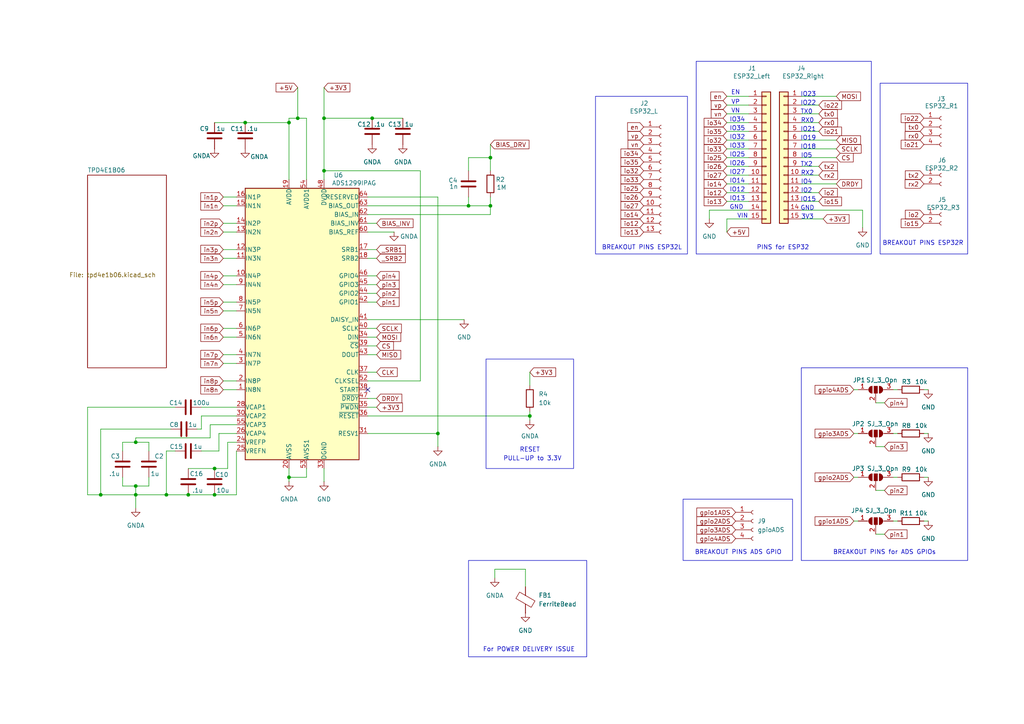
<source format=kicad_sch>
(kicad_sch (version 20231120) (generator "eeschema") (generator_version "8.0")
  (paper "A4")
  (lib_symbols
    (symbol "Connector:Conn_01x02_Socket" (pin_names (offset 1.016) hide)
      (property "Reference" "J" (at 0 2.54 0))
      (property "Value" "Conn_01x02_Socket" (at 0 -5.08 0))
      (symbol "Conn_01x02_Socket_1_1"
        (pin passive line (at -5.08 0 0) (length 3.81) (name "Pin_1") (number "1"))
        (pin passive line (at -5.08 -2.54 0) (length 3.81) (name "Pin_2") (number "2"))
      )
    )
    (symbol "Connector:Conn_01x04_Socket" (pin_names (offset 1.016) hide)
      (property "Reference" "J" (at 0 5.08 0))
      (property "Value" "Conn_01x04_Socket" (at 0 -7.62 0))
      (symbol "Conn_01x04_Socket_1_1"
        (pin passive line (at -5.08 2.54 0) (length 3.81) (name "Pin_1") (number "1"))
        (pin passive line (at -5.08 0 0) (length 3.81) (name "Pin_2") (number "2"))
        (pin passive line (at -5.08 -2.54 0) (length 3.81) (name "Pin_3") (number "3"))
        (pin passive line (at -5.08 -5.08 0) (length 3.81) (name "Pin_4") (number "4"))
      )
    )
    (symbol "Connector:Conn_01x13_Socket" (pin_names (offset 1.016) hide)
      (property "Reference" "J" (at 0 17.78 0))
      (property "Value" "Conn_01x13_Socket" (at 0 -17.78 0))
      (symbol "Conn_01x13_Socket_1_1"
        (pin passive line (at -5.08 15.24 0) (length 3.81) (name "Pin_1") (number "1"))
        (pin passive line (at -5.08 -7.62 0) (length 3.81) (name "Pin_10") (number "10"))
        (pin passive line (at -5.08 -10.16 0) (length 3.81) (name "Pin_11") (number "11"))
        (pin passive line (at -5.08 -12.7 0) (length 3.81) (name "Pin_12") (number "12"))
        (pin passive line (at -5.08 -15.24 0) (length 3.81) (name "Pin_13") (number "13"))
        (pin passive line (at -5.08 12.7 0) (length 3.81) (name "Pin_2") (number "2"))
        (pin passive line (at -5.08 10.16 0) (length 3.81) (name "Pin_3") (number "3"))
        (pin passive line (at -5.08 7.62 0) (length 3.81) (name "Pin_4") (number "4"))
        (pin passive line (at -5.08 5.08 0) (length 3.81) (name "Pin_5") (number "5"))
        (pin passive line (at -5.08 2.54 0) (length 3.81) (name "Pin_6") (number "6"))
        (pin passive line (at -5.08 0 0) (length 3.81) (name "Pin_7") (number "7"))
        (pin passive line (at -5.08 -2.54 0) (length 3.81) (name "Pin_8") (number "8"))
        (pin passive line (at -5.08 -5.08 0) (length 3.81) (name "Pin_9") (number "9"))
      )
    )
    (symbol "Connector_Generic:Conn_01x15" (pin_names (offset 1.016) hide)
      (property "Reference" "J" (at 0 20.32 0))
      (property "Value" "Conn_01x15" (at 0 -20.32 0))
      (symbol "Conn_01x15_1_1"
        (pin passive line (at -5.08 17.78 0) (length 3.81) (name "Pin_1") (number "1"))
        (pin passive line (at -5.08 -5.08 0) (length 3.81) (name "Pin_10") (number "10"))
        (pin passive line (at -5.08 -7.62 0) (length 3.81) (name "Pin_11") (number "11"))
        (pin passive line (at -5.08 -10.16 0) (length 3.81) (name "Pin_12") (number "12"))
        (pin passive line (at -5.08 -12.7 0) (length 3.81) (name "Pin_13") (number "13"))
        (pin passive line (at -5.08 -15.24 0) (length 3.81) (name "Pin_14") (number "14"))
        (pin passive line (at -5.08 -17.78 0) (length 3.81) (name "Pin_15") (number "15"))
        (pin passive line (at -5.08 15.24 0) (length 3.81) (name "Pin_2") (number "2"))
        (pin passive line (at -5.08 12.7 0) (length 3.81) (name "Pin_3") (number "3"))
        (pin passive line (at -5.08 10.16 0) (length 3.81) (name "Pin_4") (number "4"))
        (pin passive line (at -5.08 7.62 0) (length 3.81) (name "Pin_5") (number "5"))
        (pin passive line (at -5.08 5.08 0) (length 3.81) (name "Pin_6") (number "6"))
        (pin passive line (at -5.08 2.54 0) (length 3.81) (name "Pin_7") (number "7"))
        (pin passive line (at -5.08 0 0) (length 3.81) (name "Pin_8") (number "8"))
        (pin passive line (at -5.08 -2.54 0) (length 3.81) (name "Pin_9") (number "9"))
      )
    )
    (symbol "Device:C" (pin_numbers hide) (pin_names (offset 0.254))
      (property "Reference" "C" (at 0.635 2.54 0))
      (property "Value" "C" (at 0.635 -2.54 0))
      (symbol "C_1_1"
        (pin passive line (at 0 3.81 270) (length 2.794) (name "~") (number "1"))
        (pin passive line (at 0 -3.81 90) (length 2.794) (name "~") (number "2"))
      )
    )
    (symbol "Device:FerriteBead" (pin_numbers hide) (pin_names (offset 0))
      (property "Reference" "FB" (at -3.81 0.635 90))
      (property "Value" "FerriteBead" (at 3.81 0 90))
      (symbol "FerriteBead_1_1"
        (pin passive line (at 0 3.81 270) (length 2.54) (name "~") (number "1"))
        (pin passive line (at 0 -3.81 90) (length 2.54) (name "~") (number "2"))
      )
    )
    (symbol "Device:R" (pin_numbers hide) (pin_names (offset 0))
      (property "Reference" "R" (at 2.032 0 90))
      (property "Value" "R" (at 0 0 90))
      (symbol "R_1_1"
        (pin passive line (at 0 3.81 270) (length 1.27) (name "~") (number "1"))
        (pin passive line (at 0 -3.81 90) (length 1.27) (name "~") (number "2"))
      )
    )
    (symbol "Jumper:SolderJumper_3_Open" (pin_names (offset 0) hide) (exclude_from_sim yes) (in_bom no)
      (property "Reference" "JP" (at -2.54 -2.54 0))
      (property "Value" "SolderJumper_3_Open" (at 0 2.794 0))
      (symbol "SolderJumper_3_Open_1_1"
        (pin passive line (at -5.08 0 0) (length 2.54) (name "A") (number "1"))
        (pin passive line (at 0 -3.81 90) (length 2.54) (name "C") (number "2"))
        (pin passive line (at 5.08 0 180) (length 2.54) (name "B") (number "3"))
      )
    )
    (symbol "ads1299:ADS1299_Module" (pin_names (offset 0.0129))
      (property "Reference" "U" (at 0 0 0))
      (property "Footprint" "Package_QFP:TQFP-64_10x10mm_P0.5mm" (at 0.254 -57.658 0))
      (symbol "ADS1299_Module_1_1"
        (pin input line (at -20.32 -20.32 0) (length 2.54) (name "IN8N") (number "1"))
        (pin input line (at -20.32 12.7 0) (length 2.54) (name "IN4P") (number "10"))
        (pin input line (at -20.32 17.78 0) (length 2.54) (name "IN3N") (number "11"))
        (pin input line (at -20.32 20.32 0) (length 2.54) (name "IN3P") (number "12"))
        (pin input line (at -20.32 25.4 0) (length 2.54) (name "IN2N") (number "13"))
        (pin input line (at -20.32 27.94 0) (length 2.54) (name "IN2P") (number "14"))
        (pin input line (at -20.32 33.02 0) (length 2.54) (name "IN1N") (number "15"))
        (pin input line (at -20.32 35.56 0) (length 2.54) (name "IN1P") (number "16"))
        (pin bidirectional line (at 17.78 20.32 180) (length 2.54) (name "SRB1") (number "17"))
        (pin bidirectional line (at 17.78 17.78 180) (length 2.54) (name "SRB2") (number "18"))
        (pin power_in line (at -5.08 40.64 270) (length 2.54) (name "AVDD") (number "19"))
        (pin input line (at -20.32 -17.78 0) (length 2.54) (name "IN8P") (number "2"))
        (pin power_in line (at -5.08 -43.18 90) (length 2.54) (name "AVSS") (number "20"))
        (pin passive line (at -5.08 40.64 270) (length 2.54) hide (name "AVDD") (number "21"))
        (pin passive line (at -5.08 40.64 270) (length 2.54) hide (name "AVDD") (number "22"))
        (pin passive line (at -5.08 -43.18 90) (length 2.54) hide (name "AVSS") (number "23"))
        (pin passive line (at -20.32 -35.56 0) (length 2.54) (name "VREFP") (number "24"))
        (pin passive line (at -20.32 -38.1 0) (length 2.54) (name "VREFN") (number "25"))
        (pin passive line (at -20.32 -33.02 0) (length 2.54) (name "VCAP4") (number "26"))
        (pin no_connect line (at 15.24 -35.56 180) (length 2.54) hide (name "NC") (number "27"))
        (pin passive line (at -20.32 -25.4 0) (length 2.54) (name "VCAP1") (number "28"))
        (pin no_connect line (at 15.24 -38.1 180) (length 2.54) hide (name "NC") (number "29"))
        (pin input line (at -20.32 -12.7 0) (length 2.54) (name "IN7P") (number "3"))
        (pin passive line (at -20.32 -27.94 0) (length 2.54) (name "VCAP2") (number "30"))
        (pin input line (at 17.78 -33.02 180) (length 2.54) (name "RESV1") (number "31"))
        (pin passive line (at -5.08 -43.18 90) (length 2.54) hide (name "AVSS") (number "32"))
        (pin power_in line (at 5.08 -43.18 90) (length 2.54) (name "DGND") (number "33"))
        (pin input line (at 17.78 -5.08 180) (length 2.54) (name "DIN") (number "34"))
        (pin input line (at 17.78 -25.4 180) (length 2.54) (name "~{PWDN}") (number "35"))
        (pin input line (at 17.78 -27.94 180) (length 2.54) (name "~{RESET}") (number "36"))
        (pin bidirectional line (at 17.78 -15.24 180) (length 2.54) (name "CLK") (number "37"))
        (pin input line (at 17.78 -20.32 180) (length 2.54) (name "START") (number "38"))
        (pin input line (at 17.78 -7.62 180) (length 2.54) (name "~{CS}") (number "39"))
        (pin input line (at -20.32 -10.16 0) (length 2.54) (name "IN7N") (number "4"))
        (pin input line (at 17.78 -2.54 180) (length 2.54) (name "SCLK") (number "40"))
        (pin input line (at 17.78 0 180) (length 2.54) (name "DAISY_IN") (number "41"))
        (pin bidirectional line (at 17.78 5.08 180) (length 2.54) (name "GPIO1") (number "42"))
        (pin output line (at 17.78 -10.16 180) (length 2.54) (name "DOUT") (number "43"))
        (pin bidirectional line (at 17.78 7.62 180) (length 2.54) (name "GPIO2") (number "44"))
        (pin bidirectional line (at 17.78 10.16 180) (length 2.54) (name "GPIO3") (number "45"))
        (pin bidirectional line (at 17.78 12.7 180) (length 2.54) (name "GPIO4") (number "46"))
        (pin output line (at 17.78 -22.86 180) (length 2.54) (name "~{DRDY}") (number "47"))
        (pin power_in line (at 5.08 40.64 270) (length 2.54) (name "DVDD") (number "48"))
        (pin passive line (at 5.08 -43.18 90) (length 2.54) hide (name "DGND") (number "49"))
        (pin input line (at -20.32 -5.08 0) (length 2.54) (name "IN6N") (number "5"))
        (pin passive line (at 5.08 40.64 270) (length 2.54) hide (name "DVDD") (number "50"))
        (pin passive line (at 5.08 -43.18 90) (length 2.54) hide (name "DGND") (number "51"))
        (pin input line (at 17.78 -17.78 180) (length 2.54) (name "CLKSEL") (number "52"))
        (pin power_in line (at 0 -43.18 90) (length 2.54) (name "AVSS1") (number "53"))
        (pin power_in line (at 0 40.64 270) (length 2.54) (name "AVDD1") (number "54"))
        (pin passive line (at -20.32 -30.48 0) (length 2.54) (name "VCAP3") (number "55"))
        (pin passive line (at -5.08 40.64 270) (length 2.54) hide (name "AVDD") (number "56"))
        (pin passive line (at -5.08 -43.18 90) (length 2.54) hide (name "AVSS") (number "57"))
        (pin passive line (at -5.08 -43.18 90) (length 2.54) hide (name "AVSS") (number "58"))
        (pin passive line (at -5.08 40.64 270) (length 2.54) hide (name "AVDD") (number "59"))
        (pin input line (at -20.32 -2.54 0) (length 2.54) (name "IN6P") (number "6"))
        (pin input line (at 17.78 25.4 180) (length 2.54) (name "BIAS_REF") (number "60"))
        (pin input line (at 17.78 27.94 180) (length 2.54) (name "BIAS_INV") (number "61"))
        (pin input line (at 17.78 30.48 180) (length 2.54) (name "BIAS_IN") (number "62"))
        (pin output line (at 17.78 33.02 180) (length 2.54) (name "BIAS_OUT") (number "63"))
        (pin output line (at 17.78 35.56 180) (length 2.54) (name "RESERVED") (number "64"))
        (pin input line (at -20.32 2.54 0) (length 2.54) (name "IN5N") (number "7"))
        (pin input line (at -20.32 5.08 0) (length 2.54) (name "IN5P") (number "8"))
        (pin input line (at -20.32 10.16 0) (length 2.54) (name "IN4N") (number "9"))
      )
    )
    (symbol "power:GND" (power) (pin_numbers hide) (pin_names (offset 0) hide)
      (property "Value" "GND" (at 0 -3.81 0))
      (symbol "GND_1_1"
        (pin power_in line (at 0 0 270) (length 0) (name "~") (number "1"))
      )
    )
    (symbol "power:GNDA" (power) (pin_numbers hide) (pin_names (offset 0) hide)
      (property "Value" "GNDA" (at 0 -3.81 0))
      (symbol "GNDA_1_1"
        (pin power_in line (at 0 0 270) (length 0) (name "~") (number "1"))
      )
    )
  )
  (junction (at 86.36 34.29))
  (junction (at 39.37 128.27))
  (junction (at 39.37 143.51))
  (junction (at 48.26 143.51))
  (junction (at 142.24 45.72))
  (junction (at 135.89 59.69))
  (junction (at 62.23 143.51))
  (junction (at 83.82 138.43))
  (junction (at 127 125.73))
  (junction (at 83.82 35.56))
  (junction (at 54.61 143.51))
  (junction (at 93.98 49.53))
  (junction (at 71.12 35.56))
  (junction (at 29.21 143.51))
  (junction (at 107.95 34.29))
  (junction (at 62.23 135.89))
  (junction (at 142.24 59.69))
  (junction (at 93.98 34.29))
  (junction (at 39.37 140.97))
  (junction (at 153.67 120.65))
  (no_connect (at 106.68 113.03))
  (wire (pts (xy 259.08 151.13) (xy 260.35 151.13)))
  (wire (pts (xy 135.89 45.72) (xy 142.24 45.72)))
  (wire (pts (xy 64.77 80.01) (xy 68.58 80.01)))
  (wire (pts (xy 64.77 67.31) (xy 68.58 67.31)))
  (wire (pts (xy 29.21 124.46) (xy 29.21 143.51)))
  (wire (pts (xy 127 57.15) (xy 127 125.73)))
  (wire (pts (xy 68.58 130.81) (xy 68.58 143.51)))
  (wire (pts (xy 93.98 49.53) (xy 121.92 49.53)))
  (wire (pts (xy 106.68 95.25) (xy 109.22 95.25)))
  (wire (pts (xy 63.5 125.73) (xy 68.58 125.73)))
  (wire (pts (xy 106.68 82.55) (xy 109.22 82.55)))
  (wire (pts (xy 35.56 138.43) (xy 35.56 140.97)))
  (wire (pts (xy 106.68 110.49) (xy 121.92 110.49)))
  (wire (pts (xy 62.23 143.51) (xy 68.58 143.51)))
  (wire (pts (xy 64.77 72.39) (xy 68.58 72.39)))
  (wire (pts (xy 106.68 87.63) (xy 109.22 87.63)))
  (wire (pts (xy 39.37 127) (xy 60.96 127)))
  (wire (pts (xy 106.68 118.11) (xy 109.22 118.11)))
  (wire (pts (xy 93.98 135.89) (xy 93.98 139.7)))
  (wire (pts (xy 64.77 82.55) (xy 68.58 82.55)))
  (wire (pts (xy 254 142.24) (xy 256.54 142.24)))
  (wire (pts (xy 71.12 35.56) (xy 83.82 35.56)))
  (wire (pts (xy 210.82 58.42) (xy 217.17 58.42)))
  (wire (pts (xy 232.41 35.56) (xy 237.49 35.56)))
  (wire (pts (xy 106.68 125.73) (xy 127 125.73)))
  (wire (pts (xy 153.67 119.38) (xy 153.67 120.65)))
  (wire (pts (xy 152.4 170.18) (xy 152.4 165.1)))
  (wire (pts (xy 106.68 100.33) (xy 109.22 100.33)))
  (wire (pts (xy 106.68 97.79) (xy 109.22 97.79)))
  (wire (pts (xy 210.82 48.26) (xy 217.17 48.26)))
  (wire (pts (xy 43.18 140.97) (xy 43.18 138.43)))
  (wire (pts (xy 58.42 120.65) (xy 68.58 120.65)))
  (wire (pts (xy 232.41 30.48) (xy 237.49 30.48)))
  (wire (pts (xy 25.4 118.11) (xy 25.4 143.51)))
  (wire (pts (xy 142.24 45.72) (xy 142.24 49.53)))
  (wire (pts (xy 86.36 25.4) (xy 86.36 34.29)))
  (wire (pts (xy 238.76 63.5) (xy 232.41 63.5)))
  (wire (pts (xy 142.24 62.23) (xy 142.24 59.69)))
  (wire (pts (xy 58.42 124.46) (xy 58.42 120.65)))
  (wire (pts (xy 63.5 130.81) (xy 63.5 125.73)))
  (wire (pts (xy 54.61 135.89) (xy 62.23 135.89)))
  (wire (pts (xy 152.4 165.1) (xy 143.51 165.1)))
  (wire (pts (xy 64.77 95.25) (xy 68.58 95.25)))
  (wire (pts (xy 39.37 140.97) (xy 39.37 143.51)))
  (wire (pts (xy 64.77 105.41) (xy 68.58 105.41)))
  (wire (pts (xy 210.82 40.64) (xy 217.17 40.64)))
  (wire (pts (xy 232.41 60.96) (xy 250.19 60.96)))
  (wire (pts (xy 254 116.84) (xy 256.54 116.84)))
  (wire (pts (xy 259.08 113.03) (xy 260.35 113.03)))
  (wire (pts (xy 39.37 140.97) (xy 43.18 140.97)))
  (wire (pts (xy 83.82 138.43) (xy 83.82 139.7)))
  (wire (pts (xy 142.24 59.69) (xy 142.24 57.15)))
  (wire (pts (xy 93.98 34.29) (xy 93.98 49.53)))
  (wire (pts (xy 210.82 33.02) (xy 217.17 33.02)))
  (wire (pts (xy 232.41 50.8) (xy 237.49 50.8)))
  (wire (pts (xy 267.97 125.73) (xy 269.24 125.73)))
  (wire (pts (xy 86.36 34.29) (xy 88.9 34.29)))
  (wire (pts (xy 64.77 113.03) (xy 68.58 113.03)))
  (wire (pts (xy 88.9 34.29) (xy 88.9 52.07)))
  (wire (pts (xy 43.18 130.81) (xy 43.18 128.27)))
  (wire (pts (xy 39.37 127) (xy 39.37 128.27)))
  (wire (pts (xy 64.77 64.77) (xy 68.58 64.77)))
  (wire (pts (xy 210.82 53.34) (xy 217.17 53.34)))
  (wire (pts (xy 232.41 48.26) (xy 237.49 48.26)))
  (wire (pts (xy 106.68 74.93) (xy 109.22 74.93)))
  (wire (pts (xy 83.82 35.56) (xy 83.82 52.07)))
  (wire (pts (xy 58.42 130.81) (xy 63.5 130.81)))
  (wire (pts (xy 135.89 59.69) (xy 142.24 59.69)))
  (wire (pts (xy 153.67 107.95) (xy 153.67 111.76)))
  (wire (pts (xy 121.92 49.53) (xy 121.92 110.49)))
  (wire (pts (xy 66.04 135.89) (xy 62.23 135.89)))
  (wire (pts (xy 88.9 138.43) (xy 83.82 138.43)))
  (wire (pts (xy 210.82 35.56) (xy 217.17 35.56)))
  (wire (pts (xy 93.98 25.4) (xy 93.98 34.29)))
  (wire (pts (xy 210.82 50.8) (xy 217.17 50.8)))
  (wire (pts (xy 267.97 113.03) (xy 269.24 113.03)))
  (wire (pts (xy 39.37 143.51) (xy 39.37 147.32)))
  (wire (pts (xy 232.41 55.88) (xy 237.49 55.88)))
  (wire (pts (xy 210.82 63.5) (xy 217.17 63.5)))
  (wire (pts (xy 66.04 128.27) (xy 66.04 135.89)))
  (wire (pts (xy 210.82 30.48) (xy 217.17 30.48)))
  (wire (pts (xy 64.77 59.69) (xy 68.58 59.69)))
  (wire (pts (xy 106.68 120.65) (xy 153.67 120.65)))
  (wire (pts (xy 232.41 53.34) (xy 242.57 53.34)))
  (wire (pts (xy 106.68 107.95) (xy 109.22 107.95)))
  (wire (pts (xy 39.37 143.51) (xy 48.26 143.51)))
  (wire (pts (xy 210.82 45.72) (xy 217.17 45.72)))
  (wire (pts (xy 48.26 143.51) (xy 54.61 143.51)))
  (wire (pts (xy 29.21 143.51) (xy 39.37 143.51)))
  (wire (pts (xy 232.41 40.64) (xy 242.57 40.64)))
  (wire (pts (xy 143.51 165.1) (xy 143.51 167.64)))
  (wire (pts (xy 106.68 115.57) (xy 109.22 115.57)))
  (wire (pts (xy 250.19 60.96) (xy 250.19 66.04)))
  (wire (pts (xy 29.21 124.46) (xy 49.53 124.46)))
  (wire (pts (xy 254 129.54) (xy 256.54 129.54)))
  (wire (pts (xy 64.77 74.93) (xy 68.58 74.93)))
  (wire (pts (xy 106.68 62.23) (xy 142.24 62.23)))
  (wire (pts (xy 210.82 55.88) (xy 217.17 55.88)))
  (wire (pts (xy 48.26 130.81) (xy 50.8 130.81)))
  (wire (pts (xy 48.26 130.81) (xy 48.26 143.51)))
  (wire (pts (xy 232.41 33.02) (xy 237.49 33.02)))
  (wire (pts (xy 39.37 128.27) (xy 35.56 128.27)))
  (wire (pts (xy 106.68 59.69) (xy 135.89 59.69)))
  (wire (pts (xy 109.22 64.77) (xy 106.68 64.77)))
  (wire (pts (xy 106.68 80.01) (xy 109.22 80.01)))
  (wire (pts (xy 232.41 43.18) (xy 242.57 43.18)))
  (wire (pts (xy 106.68 102.87) (xy 109.22 102.87)))
  (wire (pts (xy 242.57 27.94) (xy 232.41 27.94)))
  (wire (pts (xy 205.74 63.5) (xy 205.74 60.96)))
  (wire (pts (xy 135.89 57.15) (xy 135.89 59.69)))
  (wire (pts (xy 83.82 34.29) (xy 86.36 34.29)))
  (wire (pts (xy 106.68 72.39) (xy 109.22 72.39)))
  (wire (pts (xy 127 125.73) (xy 127 129.54)))
  (wire (pts (xy 64.77 87.63) (xy 68.58 87.63)))
  (wire (pts (xy 153.67 120.65) (xy 153.67 121.92)))
  (wire (pts (xy 232.41 45.72) (xy 242.57 45.72)))
  (wire (pts (xy 247.65 138.43) (xy 248.92 138.43)))
  (wire (pts (xy 35.56 140.97) (xy 39.37 140.97)))
  (wire (pts (xy 247.65 113.03) (xy 248.92 113.03)))
  (wire (pts (xy 58.42 118.11) (xy 68.58 118.11)))
  (wire (pts (xy 106.68 85.09) (xy 109.22 85.09)))
  (wire (pts (xy 232.41 38.1) (xy 237.49 38.1)))
  (wire (pts (xy 25.4 143.51) (xy 29.21 143.51)))
  (wire (pts (xy 54.61 143.51) (xy 62.23 143.51)))
  (wire (pts (xy 43.18 128.27) (xy 39.37 128.27)))
  (wire (pts (xy 35.56 130.81) (xy 35.56 128.27)))
  (wire (pts (xy 210.82 67.31) (xy 210.82 63.5)))
  (wire (pts (xy 57.15 124.46) (xy 58.42 124.46)))
  (wire (pts (xy 106.68 67.31) (xy 114.3 67.31)))
  (wire (pts (xy 68.58 128.27) (xy 66.04 128.27)))
  (wire (pts (xy 106.68 57.15) (xy 127 57.15)))
  (wire (pts (xy 210.82 38.1) (xy 217.17 38.1)))
  (wire (pts (xy 83.82 135.89) (xy 83.82 138.43)))
  (wire (pts (xy 210.82 27.94) (xy 217.17 27.94)))
  (wire (pts (xy 93.98 49.53) (xy 93.98 52.07)))
  (wire (pts (xy 64.77 97.79) (xy 68.58 97.79)))
  (wire (pts (xy 88.9 135.89) (xy 88.9 138.43)))
  (wire (pts (xy 247.65 125.73) (xy 248.92 125.73)))
  (wire (pts (xy 210.82 43.18) (xy 217.17 43.18)))
  (wire (pts (xy 25.4 118.11) (xy 50.8 118.11)))
  (wire (pts (xy 62.23 35.56) (xy 71.12 35.56)))
  (wire (pts (xy 254 154.94) (xy 256.54 154.94)))
  (wire (pts (xy 83.82 34.29) (xy 83.82 35.56)))
  (wire (pts (xy 232.41 58.42) (xy 237.49 58.42)))
  (wire (pts (xy 205.74 60.96) (xy 217.17 60.96)))
  (wire (pts (xy 135.89 49.53) (xy 135.89 45.72)))
  (wire (pts (xy 106.68 92.71) (xy 134.62 92.71)))
  (wire (pts (xy 267.97 138.43) (xy 269.24 138.43)))
  (wire (pts (xy 60.96 123.19) (xy 60.96 127)))
  (wire (pts (xy 93.98 34.29) (xy 107.95 34.29)))
  (wire (pts (xy 64.77 90.17) (xy 68.58 90.17)))
  (wire (pts (xy 64.77 102.87) (xy 68.58 102.87)))
  (wire (pts (xy 107.95 34.29) (xy 116.84 34.29)))
  (wire (pts (xy 259.08 125.73) (xy 260.35 125.73)))
  (wire (pts (xy 142.24 45.72) (xy 142.24 41.91)))
  (wire (pts (xy 64.77 57.15) (xy 68.58 57.15)))
  (wire (pts (xy 259.08 138.43) (xy 260.35 138.43)))
  (wire (pts (xy 267.97 151.13) (xy 269.24 151.13)))
  (wire (pts (xy 68.58 123.19) (xy 60.96 123.19)))
  (wire (pts (xy 247.65 151.13) (xy 248.92 151.13)))
  (wire (pts (xy 64.77 110.49) (xy 68.58 110.49)))
  (rectangle (start 232.41 106.68) (end 280.67 162.56))
  (rectangle (start 140.97 104.14) (end 166.37 135.89))
  (rectangle (start 198.12 144.78) (end 229.87 162.56))
  (rectangle (start 201.93 17.78) (end 252.73 73.66))
  (rectangle (start 172.72 27.94) (end 199.39 73.66))
  (rectangle (start 255.27 24.13) (end 280.67 73.66))
  (rectangle (start 135.89 162.56) (end 170.18 190.5))
  (text "IO19" (at 234.442 40.132 0) (effects (font (size 1.27 1.27))))
  (text "IO21" (at 234.442 37.592 0) (effects (font (size 1.27 1.27))))
  (text "IO4" (at 233.934 52.832 0) (effects (font (size 1.27 1.27))))
  (text "For POWER DELIVERY ISSUE" (at 153.416 188.468 0) (effects (font (size 1.27 1.27))))
  (text "IO15" (at 234.442 57.912 0) (effects (font (size 1.27 1.27))))
  (text "IO34" (at 213.868 34.798 0) (effects (font (size 1.27 1.27))))
  (text "IO33" (at 213.868 42.418 0) (effects (font (size 1.27 1.27))))
  (text "IO26" (at 213.868 47.498 0) (effects (font (size 1.27 1.27))))
  (text "PINS for ESP32" (at 227.076 71.882 0) (effects (font (size 1.27 1.27))))
  (text "VP" (at 213.36 29.718 0) (effects (font (size 1.27 1.27))))
  (text "TX0" (at 233.934 32.512 0) (effects (font (size 1.27 1.27))))
  (text "BREAKOUT PINS ESP32R" (at 267.716 70.612 0) (effects (font (size 1.27 1.27))))
  (text "IO2" (at 233.934 55.372 0) (effects (font (size 1.27 1.27))))
  (text "IO18" (at 234.442 42.672 0) (effects (font (size 1.27 1.27))))
  (text "IO27" (at 213.868 50.038 0) (effects (font (size 1.27 1.27))))
  (text "BREAKOUT PINS ESP32L" (at 186.182 71.882 0) (effects (font (size 1.27 1.27))))
  (text "VN" (at 213.36 32.258 0) (effects (font (size 1.27 1.27))))
  (text "TX2" (at 233.934 47.752 0) (effects (font (size 1.27 1.27))))
  (text "IO13" (at 213.868 57.658 0) (effects (font (size 1.27 1.27))))
  (text "IO25" (at 213.868 44.958 0) (effects (font (size 1.27 1.27))))
  (text "GND" (at 234.188 60.452 0) (effects (font (size 1.27 1.27))))
  (text "BREAKOUT PINS for ADS GPIOs" (at 256.54 160.274 0) (effects (font (size 1.27 1.27))))
  (text "IO32" (at 213.868 39.878 0) (effects (font (size 1.27 1.27))))
  (text "IO22" (at 234.442 29.972 0) (effects (font (size 1.27 1.27))))
  (text "RX0" (at 234.188 35.052 0) (effects (font (size 1.27 1.27))))
  (text "IO23" (at 234.442 27.432 0) (effects (font (size 1.27 1.27))))
  (text "RESET" (at 153.67 130.556 0) (effects (font (size 1.27 1.27))))
  (text "IO35" (at 213.868 37.338 0) (effects (font (size 1.27 1.27))))
  (text "PULL-UP to 3.3V" (at 154.432 133.096 0) (effects (font (size 1.27 1.27))))
  (text "GND" (at 213.614 60.198 0) (effects (font (size 1.27 1.27))))
  (text "VIN" (at 215.392 62.738 0) (effects (font (size 1.27 1.27))))
  (text "EN" (at 213.36 26.924 0) (effects (font (size 1.27 1.27))))
  (text "IO14" (at 213.868 52.578 0) (effects (font (size 1.27 1.27))))
  (text "IO5" (at 233.934 45.212 0) (effects (font (size 1.27 1.27))))
  (text "BREAKOUT PINS ADS GPIO" (at 214.122 160.274 0) (effects (font (size 1.27 1.27))))
  (text "3V3" (at 234.188 62.992 0) (effects (font (size 1.27 1.27))))
  (text "RX2" (at 234.188 50.292 0) (effects (font (size 1.27 1.27))))
  (text "IO12" (at 213.868 55.118 0) (effects (font (size 1.27 1.27))))
  (global_label "in1n" (shape input) (at 64.77 59.69 180) (property "Intersheetrefs" "${INTERSHEET_REFS}" (effects (hide yes))))
  (global_label "pin2" (shape input) (at 109.22 85.09 0) (property "Intersheetrefs" "${INTERSHEET_REFS}" (effects (hide yes))))
  (global_label "rx2" (shape input) (at 267.97 53.34 180) (property "Intersheetrefs" "${INTERSHEET_REFS}" (effects (hide yes))))
  (global_label "io14" (shape input) (at 186.69 62.23 180) (property "Intersheetrefs" "${INTERSHEET_REFS}" (effects (hide yes))))
  (global_label "io13" (shape input) (at 186.69 67.31 180) (property "Intersheetrefs" "${INTERSHEET_REFS}" (effects (hide yes))))
  (global_label "pin4" (shape input) (at 109.22 80.01 0) (property "Intersheetrefs" "${INTERSHEET_REFS}" (effects (hide yes))))
  (global_label "pin3" (shape input) (at 256.54 129.54 0) (property "Intersheetrefs" "${INTERSHEET_REFS}" (effects (hide yes))))
  (global_label "_SRB2" (shape input) (at 109.22 74.93 0) (property "Intersheetrefs" "${INTERSHEET_REFS}" (effects (hide yes))))
  (global_label "gpio2ADS" (shape input) (at 247.65 138.43 180) (property "Intersheetrefs" "${INTERSHEET_REFS}" (effects (hide yes))))
  (global_label "CS" (shape input) (at 242.57 45.72 0) (property "Intersheetrefs" "${INTERSHEET_REFS}" (effects (hide yes))))
  (global_label "DRDY" (shape input) (at 242.57 53.34 0) (property "Intersheetrefs" "${INTERSHEET_REFS}" (effects (hide yes))))
  (global_label "_SRB1" (shape input) (at 109.22 72.39 0) (property "Intersheetrefs" "${INTERSHEET_REFS}" (effects (hide yes))))
  (global_label "io13" (shape input) (at 210.82 58.42 180) (property "Intersheetrefs" "${INTERSHEET_REFS}" (effects (hide yes))))
  (global_label "in6p" (shape input) (at 64.77 95.25 180) (property "Intersheetrefs" "${INTERSHEET_REFS}" (effects (hide yes))))
  (global_label "pin4" (shape input) (at 256.54 116.84 0) (property "Intersheetrefs" "${INTERSHEET_REFS}" (effects (hide yes))))
  (global_label "CLK" (shape input) (at 109.22 107.95 0) (property "Intersheetrefs" "${INTERSHEET_REFS}" (effects (hide yes))))
  (global_label "io26" (shape input) (at 186.69 57.15 180) (property "Intersheetrefs" "${INTERSHEET_REFS}" (effects (hide yes))))
  (global_label "vp" (shape input) (at 186.69 39.37 180) (property "Intersheetrefs" "${INTERSHEET_REFS}" (effects (hide yes))))
  (global_label "pin1" (shape input) (at 109.22 87.63 0) (property "Intersheetrefs" "${INTERSHEET_REFS}" (effects (hide yes))))
  (global_label "DRDY" (shape input) (at 109.22 115.57 0) (property "Intersheetrefs" "${INTERSHEET_REFS}" (effects (hide yes))))
  (global_label "in4p" (shape input) (at 64.77 80.01 180) (property "Intersheetrefs" "${INTERSHEET_REFS}" (effects (hide yes))))
  (global_label "pin2" (shape input) (at 256.54 142.24 0) (property "Intersheetrefs" "${INTERSHEET_REFS}" (effects (hide yes))))
  (global_label "pin3" (shape input) (at 109.22 82.55 0) (property "Intersheetrefs" "${INTERSHEET_REFS}" (effects (hide yes))))
  (global_label "in3p" (shape input) (at 64.77 72.39 180) (property "Intersheetrefs" "${INTERSHEET_REFS}" (effects (hide yes))))
  (global_label "in5n" (shape input) (at 64.77 90.17 180) (property "Intersheetrefs" "${INTERSHEET_REFS}" (effects (hide yes))))
  (global_label "in1p" (shape input) (at 64.77 57.15 180) (property "Intersheetrefs" "${INTERSHEET_REFS}" (effects (hide yes))))
  (global_label "MISO" (shape input) (at 109.22 102.87 0) (property "Intersheetrefs" "${INTERSHEET_REFS}" (effects (hide yes))))
  (global_label "gpio2ADS" (shape input) (at 213.36 151.13 180) (property "Intersheetrefs" "${INTERSHEET_REFS}" (effects (hide yes))))
  (global_label "io12" (shape input) (at 210.82 55.88 180) (property "Intersheetrefs" "${INTERSHEET_REFS}" (effects (hide yes))))
  (global_label "io15" (shape input) (at 237.49 58.42 0) (property "Intersheetrefs" "${INTERSHEET_REFS}" (effects (hide yes))))
  (global_label "io21" (shape input) (at 237.49 38.1 0) (property "Intersheetrefs" "${INTERSHEET_REFS}" (effects (hide yes))))
  (global_label "in8n" (shape input) (at 64.77 113.03 180) (property "Intersheetrefs" "${INTERSHEET_REFS}" (effects (hide yes))))
  (global_label "pin1" (shape input) (at 256.54 154.94 0) (property "Intersheetrefs" "${INTERSHEET_REFS}" (effects (hide yes))))
  (global_label "+3V3" (shape input) (at 93.98 25.4 0) (property "Intersheetrefs" "${INTERSHEET_REFS}" (effects (hide yes))))
  (global_label "vn" (shape input) (at 186.69 41.91 180) (property "Intersheetrefs" "${INTERSHEET_REFS}" (effects (hide yes))))
  (global_label "io15" (shape input) (at 267.97 64.77 180) (property "Intersheetrefs" "${INTERSHEET_REFS}" (effects (hide yes))))
  (global_label "rx0" (shape input) (at 237.49 35.56 0) (property "Intersheetrefs" "${INTERSHEET_REFS}" (effects (hide yes))))
  (global_label "CS" (shape input) (at 109.22 100.33 0) (property "Intersheetrefs" "${INTERSHEET_REFS}" (effects (hide yes))))
  (global_label "io21" (shape input) (at 267.97 41.91 180) (property "Intersheetrefs" "${INTERSHEET_REFS}" (effects (hide yes))))
  (global_label "in6n" (shape input) (at 64.77 97.79 180) (property "Intersheetrefs" "${INTERSHEET_REFS}" (effects (hide yes))))
  (global_label "in5p" (shape input) (at 64.77 87.63 180) (property "Intersheetrefs" "${INTERSHEET_REFS}" (effects (hide yes))))
  (global_label "MOSI" (shape input) (at 109.22 97.79 0) (property "Intersheetrefs" "${INTERSHEET_REFS}" (effects (hide yes))))
  (global_label "+3V3" (shape input) (at 153.67 107.95 0) (property "Intersheetrefs" "${INTERSHEET_REFS}" (effects (hide yes))))
  (global_label "in4n" (shape input) (at 64.77 82.55 180) (property "Intersheetrefs" "${INTERSHEET_REFS}" (effects (hide yes))))
  (global_label "io25" (shape input) (at 186.69 54.61 180) (property "Intersheetrefs" "${INTERSHEET_REFS}" (effects (hide yes))))
  (global_label "io12" (shape input) (at 186.69 64.77 180) (property "Intersheetrefs" "${INTERSHEET_REFS}" (effects (hide yes))))
  (global_label "vp" (shape input) (at 210.82 30.48 180) (property "Intersheetrefs" "${INTERSHEET_REFS}" (effects (hide yes))))
  (global_label "io33" (shape input) (at 210.82 43.18 180) (property "Intersheetrefs" "${INTERSHEET_REFS}" (effects (hide yes))))
  (global_label "tx0" (shape input) (at 237.49 33.02 0) (property "Intersheetrefs" "${INTERSHEET_REFS}" (effects (hide yes))))
  (global_label "SCLK" (shape input) (at 109.22 95.25 0) (property "Intersheetrefs" "${INTERSHEET_REFS}" (effects (hide yes))))
  (global_label "+3V3" (shape input) (at 238.76 63.5 0) (property "Intersheetrefs" "${INTERSHEET_REFS}" (effects (hide yes))))
  (global_label "io27" (shape input) (at 210.82 50.8 180) (property "Intersheetrefs" "${INTERSHEET_REFS}" (effects (hide yes))))
  (global_label "in7p" (shape input) (at 64.77 102.87 180) (property "Intersheetrefs" "${INTERSHEET_REFS}" (effects (hide yes))))
  (global_label "vn" (shape input) (at 210.82 33.02 180) (property "Intersheetrefs" "${INTERSHEET_REFS}" (effects (hide yes))))
  (global_label "io35" (shape input) (at 210.82 38.1 180) (property "Intersheetrefs" "${INTERSHEET_REFS}" (effects (hide yes))))
  (global_label "io25" (shape input) (at 210.82 45.72 180) (property "Intersheetrefs" "${INTERSHEET_REFS}" (effects (hide yes))))
  (global_label "+5V" (shape input) (at 210.82 67.31 0) (property "Intersheetrefs" "${INTERSHEET_REFS}" (effects (hide yes))))
  (global_label "en" (shape input) (at 210.82 27.94 180) (property "Intersheetrefs" "${INTERSHEET_REFS}" (effects (hide yes))))
  (global_label "io27" (shape input) (at 186.69 59.69 180) (property "Intersheetrefs" "${INTERSHEET_REFS}" (effects (hide yes))))
  (global_label "io32" (shape input) (at 210.82 40.64 180) (property "Intersheetrefs" "${INTERSHEET_REFS}" (effects (hide yes))))
  (global_label "gpio3ADS" (shape input) (at 213.36 153.67 180) (property "Intersheetrefs" "${INTERSHEET_REFS}" (effects (hide yes))))
  (global_label "tx0" (shape input) (at 267.97 36.83 180) (property "Intersheetrefs" "${INTERSHEET_REFS}" (effects (hide yes))))
  (global_label "gpio4ADS" (shape input) (at 213.36 156.21 180) (property "Intersheetrefs" "${INTERSHEET_REFS}" (effects (hide yes))))
  (global_label "in2n" (shape input) (at 64.77 67.31 180) (property "Intersheetrefs" "${INTERSHEET_REFS}" (effects (hide yes))))
  (global_label "MOSI" (shape input) (at 242.57 27.94 0) (property "Intersheetrefs" "${INTERSHEET_REFS}" (effects (hide yes))))
  (global_label "io14" (shape input) (at 210.82 53.34 180) (property "Intersheetrefs" "${INTERSHEET_REFS}" (effects (hide yes))))
  (global_label "rx0" (shape input) (at 267.97 39.37 180) (property "Intersheetrefs" "${INTERSHEET_REFS}" (effects (hide yes))))
  (global_label "en" (shape input) (at 186.69 36.83 180) (property "Intersheetrefs" "${INTERSHEET_REFS}" (effects (hide yes))))
  (global_label "gpio1ADS" (shape input) (at 247.65 151.13 180) (property "Intersheetrefs" "${INTERSHEET_REFS}" (effects (hide yes))))
  (global_label "+5V" (shape input) (at 86.36 25.4 180) (property "Intersheetrefs" "${INTERSHEET_REFS}" (effects (hide yes))))
  (global_label "BIAS_DRV" (shape input) (at 142.24 41.91 0) (property "Intersheetrefs" "${INTERSHEET_REFS}" (effects (hide yes))))
  (global_label "io33" (shape input) (at 186.69 52.07 180) (property "Intersheetrefs" "${INTERSHEET_REFS}" (effects (hide yes))))
  (global_label "io2" (shape input) (at 267.97 62.23 180) (property "Intersheetrefs" "${INTERSHEET_REFS}" (effects (hide yes))))
  (global_label "rx2" (shape input) (at 237.49 50.8 0) (property "Intersheetrefs" "${INTERSHEET_REFS}" (effects (hide yes))))
  (global_label "in7n" (shape input) (at 64.77 105.41 180) (property "Intersheetrefs" "${INTERSHEET_REFS}" (effects (hide yes))))
  (global_label "gpio3ADS" (shape input) (at 247.65 125.73 180) (property "Intersheetrefs" "${INTERSHEET_REFS}" (effects (hide yes))))
  (global_label "tx2" (shape input) (at 237.49 48.26 0) (property "Intersheetrefs" "${INTERSHEET_REFS}" (effects (hide yes))))
  (global_label "in8p" (shape input) (at 64.77 110.49 180) (property "Intersheetrefs" "${INTERSHEET_REFS}" (effects (hide yes))))
  (global_label "in2p" (shape input) (at 64.77 64.77 180) (property "Intersheetrefs" "${INTERSHEET_REFS}" (effects (hide yes))))
  (global_label "io22" (shape input) (at 237.49 30.48 0) (property "Intersheetrefs" "${INTERSHEET_REFS}" (effects (hide yes))))
  (global_label "io2" (shape input) (at 237.49 55.88 0) (property "Intersheetrefs" "${INTERSHEET_REFS}" (effects (hide yes))))
  (global_label "io34" (shape input) (at 186.69 44.45 180) (property "Intersheetrefs" "${INTERSHEET_REFS}" (effects (hide yes))))
  (global_label "gpio4ADS" (shape input) (at 247.65 113.03 180) (property "Intersheetrefs" "${INTERSHEET_REFS}" (effects (hide yes))))
  (global_label "io35" (shape input) (at 186.69 46.99 180) (property "Intersheetrefs" "${INTERSHEET_REFS}" (effects (hide yes))))
  (global_label "MISO" (shape input) (at 242.57 40.64 0) (property "Intersheetrefs" "${INTERSHEET_REFS}" (effects (hide yes))))
  (global_label "io22" (shape input) (at 267.97 34.29 180) (property "Intersheetrefs" "${INTERSHEET_REFS}" (effects (hide yes))))
  (global_label "in3n" (shape input) (at 64.77 74.93 180) (property "Intersheetrefs" "${INTERSHEET_REFS}" (effects (hide yes))))
  (global_label "io34" (shape input) (at 210.82 35.56 180) (property "Intersheetrefs" "${INTERSHEET_REFS}" (effects (hide yes))))
  (global_label "tx2" (shape input) (at 267.97 50.8 180) (property "Intersheetrefs" "${INTERSHEET_REFS}" (effects (hide yes))))
  (global_label "+3V3" (shape input) (at 109.22 118.11 0) (property "Intersheetrefs" "${INTERSHEET_REFS}" (effects (hide yes))))
  (global_label "gpio1ADS" (shape input) (at 213.36 148.59 180) (property "Intersheetrefs" "${INTERSHEET_REFS}" (effects (hide yes))))
  (global_label "io26" (shape input) (at 210.82 48.26 180) (property "Intersheetrefs" "${INTERSHEET_REFS}" (effects (hide yes))))
  (global_label "BIAS_INV" (shape input) (at 109.22 64.77 0) (property "Intersheetrefs" "${INTERSHEET_REFS}" (effects (hide yes))))
  (global_label "io32" (shape input) (at 186.69 49.53 180) (property "Intersheetrefs" "${INTERSHEET_REFS}" (effects (hide yes))))
  (global_label "SCLK" (shape input) (at 242.57 43.18 0) (property "Intersheetrefs" "${INTERSHEET_REFS}" (effects (hide yes))))
  (symbol (lib_id "Connector:Conn_01x13_Socket") (at 191.77 52.07 0) (unit 1)
    (property "Reference" "J2" (at 185.674 29.972 0) (effects (justify left)))
    (property "Value" "ESP32_L" (at 182.626 32.258 0) (effects (justify left)))
    (property "Footprint" "Connector_PinSocket_2.54mm:PinSocket_1x13_P2.54mm_Vertical" (effects (hide yes)))
    (property "Description" "Generic connector, single row, 01x13, script generated" (effects (hide yes)))
  )
  (symbol (lib_id "Device:C") (at 35.56 134.62 180) (unit 1)
    (property "Reference" "C3" (at 34.798 132.334 0) (effects (justify left)))
    (property "Value" ".1u" (at 34.798 137.414 0) (effects (justify left)))
    (property "Footprint" "Capacitor_SMD:C_0603_1608Metric" (effects (hide yes)))
    (property "Description" "Unpolarized capacitor" (effects (hide yes)))
  )
  (symbol (lib_id "power:GND") (at 205.74 63.5 0) (unit 1)
    (property "Reference" "#PWR010" (effects (hide yes)))
    (property "Value" "GND" (at 205.74 68.58 0))
    (property "Description" "Power symbol creates a global label with name \"GND\" , ground" (effects (hide yes)))
  )
  (symbol (lib_id "Connector_Generic:Conn_01x15") (at 222.25 45.72 0) (unit 1)
    (property "Reference" "J1" (at 216.916 19.812 0) (effects (justify left)))
    (property "Value" "ESP32_Left" (at 212.598 22.098 0) (effects (justify left)))
    (property "Footprint" "Connector_PinSocket_2.54mm:PinSocket_1x15_P2.54mm_Vertical" (effects (hide yes)))
    (property "Description" "Generic connector, single row, 01x15, script generated (kicad-library-utils/schlib/autogen/connector/)" (effects (hide yes)))
  )
  (symbol (lib_id "Device:C") (at 54.61 130.81 90) (unit 1)
    (property "Reference" "C15" (at 53.086 129.54 90) (effects (justify left)))
    (property "Value" "1u" (at 58.674 129.54 90) (effects (justify left)))
    (property "Footprint" "Capacitor_SMD:C_0603_1608Metric" (effects (hide yes)))
    (property "Description" "Unpolarized capacitor" (effects (hide yes)))
  )
  (symbol (lib_id "Connector:Conn_01x04_Socket") (at 218.44 151.13 0) (unit 1)
    (property "Reference" "J9" (at 219.71 151.1299 0) (effects (justify left)))
    (property "Value" "gpioADS" (at 219.71 153.6699 0) (effects (justify left)))
    (property "Footprint" "Connector_PinSocket_2.54mm:PinSocket_1x04_P2.54mm_Vertical" (effects (hide yes)))
    (property "Description" "Generic connector, single row, 01x04, script generated" (effects (hide yes)))
  )
  (symbol (lib_id "Jumper:SolderJumper_3_Open") (at 254 151.13 0) (unit 1) (exclude_from_sim yes) (in_bom no)
    (property "Reference" "JP4" (at 248.666 148.082 0))
    (property "Value" "SJ_3_Opn" (at 255.524 148.082 0))
    (property "Footprint" "Jumper:SolderJumper-3_P1.3mm_Open_RoundedPad1.0x1.5mm_NumberLabels" (effects (hide yes)))
    (property "Description" "Solder Jumper, 3-pole, open" (effects (hide yes)))
  )
  (symbol (lib_id "power:GND") (at 152.4 177.8 0) (unit 1)
    (property "Reference" "#PWR09" (effects (hide yes)))
    (property "Value" "GND" (at 152.4 182.88 0))
    (property "Description" "Power symbol creates a global label with name \"GND\" , ground" (effects (hide yes)))
  )
  (symbol (lib_id "Device:C") (at 107.95 38.1 0) (unit 1)
    (property "Reference" "C12" (at 103.632 36.068 0) (effects (justify left)))
    (property "Value" ".1u" (at 108.458 36.068 0) (effects (justify left)))
    (property "Footprint" "Capacitor_SMD:C_0603_1608Metric" (effects (hide yes)))
    (property "Description" "Unpolarized capacitor" (effects (hide yes)))
  )
  (symbol (lib_id "Device:C") (at 62.23 139.7 180) (unit 1)
    (property "Reference" "C10" (at 66.294 137.668 0) (effects (justify left)))
    (property "Value" "10u" (at 66.548 142.24 0) (effects (justify left)))
    (property "Footprint" "Capacitor_SMD:C_0603_1608Metric" (effects (hide yes)))
    (property "Description" "Unpolarized capacitor" (effects (hide yes)))
  )
  (symbol (lib_id "Device:R") (at 264.16 125.73 90) (unit 1)
    (property "Reference" "R8" (at 262.89 123.444 90))
    (property "Value" "10k" (at 267.208 123.444 90))
    (property "Footprint" "Resistor_SMD:R_0603_1608Metric" (effects (hide yes)))
    (property "Description" "Resistor" (effects (hide yes)))
  )
  (symbol (lib_id "Device:C") (at 71.12 39.37 0) (unit 1)
    (property "Reference" "C11" (at 66.802 37.338 0) (effects (justify left)))
    (property "Value" ".1u" (at 71.628 37.338 0) (effects (justify left)))
    (property "Footprint" "Capacitor_SMD:C_0603_1608Metric" (effects (hide yes)))
    (property "Description" "Unpolarized capacitor" (effects (hide yes)))
  )
  (symbol (lib_id "Device:C") (at 62.23 39.37 0) (unit 1)
    (property "Reference" "C9" (at 57.912 37.338 0) (effects (justify left)))
    (property "Value" "1u" (at 62.738 37.338 0) (effects (justify left)))
    (property "Footprint" "Capacitor_SMD:C_0603_1608Metric" (effects (hide yes)))
    (property "Description" "Unpolarized capacitor" (effects (hide yes)))
  )
  (symbol (lib_id "power:GNDA") (at 114.3 67.31 0) (unit 1)
    (property "Reference" "#PWR048" (effects (hide yes)))
    (property "Value" "GNDA" (at 118.618 68.58 0))
    (property "Description" "Power symbol creates a global label with name \"GNDA\" , analog ground" (effects (hide yes)))
  )
  (symbol (lib_id "Connector:Conn_01x02_Socket") (at 273.05 50.8 0) (unit 1)
    (property "Reference" "J6" (at 272.034 46.482 0) (effects (justify left)))
    (property "Value" "ESP32_R2" (at 268.224 48.768 0) (effects (justify left)))
    (property "Footprint" "Connector_PinSocket_2.54mm:PinSocket_1x02_P2.54mm_Vertical" (effects (hide yes)))
    (property "Description" "Generic connector, single row, 01x02, script generated" (effects (hide yes)))
  )
  (symbol (lib_id "power:GND") (at 250.19 66.04 0) (unit 1)
    (property "Reference" "#PWR038" (effects (hide yes)))
    (property "Value" "GND" (at 250.19 71.12 0))
    (property "Description" "Power symbol creates a global label with name \"GND\" , ground" (effects (hide yes)))
  )
  (symbol (lib_id "Device:C") (at 135.89 53.34 0) (unit 1)
    (property "Reference" "C4" (at 130.048 52.324 0) (effects (justify left)))
    (property "Value" "1n" (at 130.302 54.102 0) (effects (justify left)))
    (property "Footprint" "Capacitor_SMD:C_0402_1005Metric" (effects (hide yes)))
    (property "Description" "Unpolarized capacitor" (effects (hide yes)))
  )
  (symbol (lib_id "power:GND") (at 134.62 92.71 0) (unit 1)
    (property "Reference" "#PWR012" (effects (hide yes)))
    (property "Value" "GND" (at 134.62 97.79 0))
    (property "Description" "Power symbol creates a global label with name \"GND\" , ground" (effects (hide yes)))
  )
  (symbol (lib_id "Jumper:SolderJumper_3_Open") (at 254 138.43 0) (unit 1) (exclude_from_sim yes) (in_bom no)
    (property "Reference" "JP3" (at 248.92 135.89 0))
    (property "Value" "SJ_3_Opn" (at 256.032 135.89 0))
    (property "Footprint" "Jumper:SolderJumper-3_P1.3mm_Open_RoundedPad1.0x1.5mm_NumberLabels" (effects (hide yes)))
    (property "Description" "Solder Jumper, 3-pole, open" (effects (hide yes)))
  )
  (symbol (lib_id "Device:C") (at 43.18 134.62 180) (unit 1)
    (property "Reference" "C2" (at 47.498 132.334 0) (effects (justify left)))
    (property "Value" "1u" (at 46.228 137.414 0) (effects (justify left)))
    (property "Footprint" "Capacitor_SMD:C_0603_1608Metric" (effects (hide yes)))
    (property "Description" "Unpolarized capacitor" (effects (hide yes)))
  )
  (symbol (lib_id "Device:R") (at 142.24 53.34 0) (unit 1)
    (property "Reference" "R2" (at 143.764 52.07 0) (effects (justify left)))
    (property "Value" "1M" (at 144.018 54.356 0) (effects (justify left)))
    (property "Footprint" "Resistor_SMD:R_0603_1608Metric" (effects (hide yes)))
    (property "Description" "Resistor" (effects (hide yes)))
  )
  (symbol (lib_id "Device:C") (at 116.84 38.1 0) (unit 1)
    (property "Reference" "C13" (at 112.522 36.068 0) (effects (justify left)))
    (property "Value" "1u" (at 117.348 36.068 0) (effects (justify left)))
    (property "Footprint" "Capacitor_SMD:C_0603_1608Metric" (effects (hide yes)))
    (property "Description" "Unpolarized capacitor" (effects (hide yes)))
  )
  (symbol (lib_id "Device:R") (at 264.16 151.13 90) (unit 1)
    (property "Reference" "R11" (at 262.89 148.844 90))
    (property "Value" "10k" (at 267.208 148.844 90))
    (property "Footprint" "Resistor_SMD:R_0603_1608Metric" (effects (hide yes)))
    (property "Description" "Resistor" (effects (hide yes)))
  )
  (symbol (lib_id "power:GNDA") (at 153.67 121.92 0) (unit 1)
    (property "Reference" "#PWR026" (effects (hide yes)))
    (property "Value" "GNDA" (at 153.67 126.492 0))
    (property "Description" "Power symbol creates a global label with name \"GNDA\" , analog ground" (effects (hide yes)))
  )
  (symbol (lib_id "power:GNDA") (at 143.51 167.64 0) (unit 1)
    (property "Reference" "#PWR011" (effects (hide yes)))
    (property "Value" "GNDA" (at 143.51 172.72 0))
    (property "Description" "Power symbol creates a global label with name \"GNDA\" , analog ground" (effects (hide yes)))
  )
  (symbol (lib_id "Device:R") (at 153.67 115.57 0) (unit 1)
    (property "Reference" "R4" (at 156.21 114.2999 0) (effects (justify left)))
    (property "Value" "10k" (at 156.21 116.8399 0) (effects (justify left)))
    (property "Footprint" "Resistor_SMD:R_0603_1608Metric" (effects (hide yes)))
    (property "Description" "Resistor" (effects (hide yes)))
  )
  (symbol (lib_id "power:GNDA") (at 62.23 43.18 0) (unit 1)
    (property "Reference" "#PWR04" (effects (hide yes)))
    (property "Value" "GNDA" (at 58.42 45.212 0))
    (property "Description" "Power symbol creates a global label with name \"GNDA\" , analog ground" (effects (hide yes)))
  )
  (symbol (lib_id "Connector:Conn_01x04_Socket") (at 273.05 36.83 0) (unit 1)
    (property "Reference" "J3" (at 271.78 28.702 0) (effects (justify left)))
    (property "Value" "ESP32_R1" (at 268.224 30.734 0) (effects (justify left)))
    (property "Footprint" "Connector_PinSocket_2.54mm:PinSocket_1x04_P2.54mm_Vertical" (effects (hide yes)))
    (property "Description" "Generic connector, single row, 01x04, script generated" (effects (hide yes)))
  )
  (symbol (lib_id "Jumper:SolderJumper_3_Open") (at 254 125.73 0) (unit 1) (exclude_from_sim yes) (in_bom no)
    (property "Reference" "JP2" (at 248.92 122.936 0))
    (property "Value" "SJ_3_Opn" (at 256.032 122.936 0))
    (property "Footprint" "Jumper:SolderJumper-3_P1.3mm_Open_RoundedPad1.0x1.5mm_NumberLabels" (effects (hide yes)))
    (property "Description" "Solder Jumper, 3-pole, open" (effects (hide yes)))
  )
  (symbol (lib_id "Device:FerriteBead") (at 152.4 173.99 0) (unit 1)
    (property "Reference" "FB1" (at 156.21 172.6691 0) (effects (justify left)))
    (property "Value" "FerriteBead" (at 156.21 175.2091 0) (effects (justify left)))
    (property "Footprint" "Inductor_SMD:L_0603_1608Metric" (effects (hide yes)))
    (property "Description" "Ferrite bead" (effects (hide yes)))
  )
  (symbol (lib_id "Connector:Conn_01x02_Socket") (at 273.05 62.23 0) (unit 1)
    (property "Reference" "J5" (at 272.034 57.912 0) (effects (justify left)))
    (property "Value" "ESP32_R3" (at 268.732 60.198 0) (effects (justify left)))
    (property "Footprint" "Connector_PinSocket_2.54mm:PinSocket_1x02_P2.54mm_Vertical" (effects (hide yes)))
    (property "Description" "Generic connector, single row, 01x02, script generated" (effects (hide yes)))
  )
  (symbol (lib_id "power:GNDA") (at 71.12 43.18 0) (unit 1)
    (property "Reference" "#PWR03" (effects (hide yes)))
    (property "Value" "GNDA" (at 75.184 45.466 0))
    (property "Description" "Power symbol creates a global label with name \"GNDA\" , analog ground" (effects (hide yes)))
  )
  (symbol (lib_id "Device:R") (at 264.16 138.43 90) (unit 1)
    (property "Reference" "R9" (at 262.89 136.144 90))
    (property "Value" "10k" (at 267.208 136.144 90))
    (property "Footprint" "Resistor_SMD:R_0603_1608Metric" (effects (hide yes)))
    (property "Description" "Resistor" (effects (hide yes)))
  )
  (symbol (lib_id "power:GNDA") (at 83.82 139.7 0) (unit 1)
    (property "Reference" "#PWR02" (effects (hide yes)))
    (property "Value" "GNDA" (at 83.82 144.78 0))
    (property "Description" "Power symbol creates a global label with name \"GNDA\" , analog ground" (effects (hide yes)))
  )
  (symbol (lib_id "power:GNDA") (at 107.95 41.91 0) (unit 1)
    (property "Reference" "#PWR05" (effects (hide yes)))
    (property "Value" "GNDA" (at 107.95 46.99 0))
    (property "Description" "Power symbol creates a global label with name \"GNDA\" , analog ground" (effects (hide yes)))
  )
  (symbol (lib_id "power:GND") (at 269.24 138.43 0) (unit 1)
    (property "Reference" "#PWR015" (effects (hide yes)))
    (property "Value" "GND" (at 269.24 143.51 0))
    (property "Description" "Power symbol creates a global label with name \"GND\" , ground" (effects (hide yes)))
  )
  (symbol (lib_id "Device:C") (at 53.34 124.46 90) (unit 1)
    (property "Reference" "C8" (at 51.816 123.19 90) (effects (justify left)))
    (property "Value" "1u" (at 57.15 123.19 90) (effects (justify left)))
    (property "Footprint" "Capacitor_SMD:C_0603_1608Metric" (effects (hide yes)))
    (property "Description" "Unpolarized capacitor" (effects (hide yes)))
  )
  (symbol (lib_id "Connector_Generic:Conn_01x15") (at 227.33 45.72 0) (mirror y) (unit 1)
    (property "Reference" "J4" (at 232.41 19.812 0))
    (property "Value" "ESP32_Right" (at 232.918 22.098 0))
    (property "Footprint" "Connector_PinSocket_2.54mm:PinSocket_1x15_P2.54mm_Vertical" (effects (hide yes)))
    (property "Description" "Generic connector, single row, 01x15, script generated (kicad-library-utils/schlib/autogen/connector/)" (effects (hide yes)))
  )
  (symbol (lib_id "Device:C") (at 54.61 118.11 270) (unit 1)
    (property "Reference" "C14" (at 49.022 116.84 90) (effects (justify left)))
    (property "Value" "100u" (at 55.88 116.84 90) (effects (justify left)))
    (property "Footprint" "Capacitor_SMD:CAPC_2012X145N Metric" (effects (hide yes)))
    (property "Description" "Unpolarized capacitor" (effects (hide yes)))
  )
  (symbol (lib_id "power:GND") (at 269.24 151.13 0) (unit 1)
    (property "Reference" "#PWR016" (effects (hide yes)))
    (property "Value" "GND" (at 269.24 156.21 0))
    (property "Description" "Power symbol creates a global label with name \"GND\" , ground" (effects (hide yes)))
  )
  (symbol (lib_id "power:GND") (at 269.24 125.73 0) (unit 1)
    (property "Reference" "#PWR014" (effects (hide yes)))
    (property "Value" "GND" (at 269.24 130.81 0))
    (property "Description" "Power symbol creates a global label with name \"GND\" , ground" (effects (hide yes)))
  )
  (symbol (lib_id "power:GNDA") (at 39.37 147.32 0) (unit 1)
    (property "Reference" "#PWR049" (effects (hide yes)))
    (property "Value" "GNDA" (at 39.37 152.4 0))
    (property "Description" "Power symbol creates a global label with name \"GNDA\" , analog ground" (effects (hide yes)))
  )
  (symbol (lib_id "power:GNDA") (at 127 129.54 0) (unit 1)
    (property "Reference" "#PWR025" (effects (hide yes)))
    (property "Value" "GNDA" (at 127 134.62 0))
    (property "Description" "Power symbol creates a global label with name \"GNDA\" , analog ground" (effects (hide yes)))
  )
  (symbol (lib_id "Device:C") (at 54.61 139.7 180) (unit 1)
    (property "Reference" "C16" (at 58.928 137.414 0) (effects (justify left)))
    (property "Value" ".1u" (at 58.928 142.24 0) (effects (justify left)))
    (property "Footprint" "Capacitor_SMD:C_0603_1608Metric" (effects (hide yes)))
    (property "Description" "Unpolarized capacitor" (effects (hide yes)))
  )
  (symbol (lib_id "power:GND") (at 93.98 139.7 0) (unit 1)
    (property "Reference" "#PWR013" (effects (hide yes)))
    (property "Value" "GND" (at 93.98 144.78 0))
    (property "Description" "Power symbol creates a global label with name \"GND\" , ground" (effects (hide yes)))
  )
  (symbol (lib_id "Jumper:SolderJumper_3_Open") (at 254 113.03 0) (unit 1) (exclude_from_sim yes) (in_bom no)
    (property "Reference" "JP1" (at 249.174 110.236 0))
    (property "Value" "SJ_3_Opn" (at 255.778 110.236 0))
    (property "Footprint" "Jumper:SolderJumper-3_P1.3mm_Open_RoundedPad1.0x1.5mm_NumberLabels" (effects (hide yes)))
    (property "Description" "Solder Jumper, 3-pole, open" (effects (hide yes)))
  )
  (symbol (lib_id "Device:R") (at 264.16 113.03 90) (unit 1)
    (property "Reference" "R3" (at 262.89 110.744 90))
    (property "Value" "10k" (at 267.208 110.744 90))
    (property "Footprint" "Resistor_SMD:R_0603_1608Metric" (effects (hide yes)))
    (property "Description" "Resistor" (effects (hide yes)))
  )
  (symbol (lib_id "ads1299:ADS1299_Module") (at 88.9 92.71 0) (unit 1)
    (property "Reference" "U6" (at 96.774 50.8 0) (effects (justify left)))
    (property "Value" "ADS1299IPAG" (at 96.266 53.086 0) (effects (justify left)))
    (property "Footprint" "Package_QFP:TQFP-64_10x10mm_P0.5mm" (effects (hide yes)))
    (property "Datasheet" "https://www.ti.com/lit/ds/symlink/ads1299.pdf?ts=1738979861125&ref_url=https%253A%252F%252Fwww.ti.com%252Fproduct%252FADS1299" (effects (hide yes)))
    (property "Description" "ADS1299-x, TQFP(64), 10mmx10mm NOM" (effects (hide yes)))
  )
  (symbol (lib_id "power:GND") (at 269.24 113.03 0) (unit 1)
    (property "Reference" "#PWR01" (effects (hide yes)))
    (property "Value" "GND" (at 269.24 118.11 0))
    (property "Description" "Power symbol creates a global label with name \"GND\" , ground" (effects (hide yes)))
  )
  (symbol (lib_id "power:GNDA") (at 116.84 41.91 0) (unit 1)
    (property "Reference" "#PWR06" (effects (hide yes)))
    (property "Value" "GNDA" (at 116.84 46.99 0))
    (property "Description" "Power symbol creates a global label with name \"GNDA\" , analog ground" (effects (hide yes)))
  )
  (sheet (at 25.4 50.8) (size 22.86 55.88) (stroke (width 0.1524))
    (property "Sheetname" "TPD4E1B06" (at 25.4 50.0884 0) (effects (justify left bottom)))
    (property "Sheetfile" "tpd4e1b06.kicad_sch" (at 20.066 78.994 0) (effects (justify left top)))
  )
)
</source>
